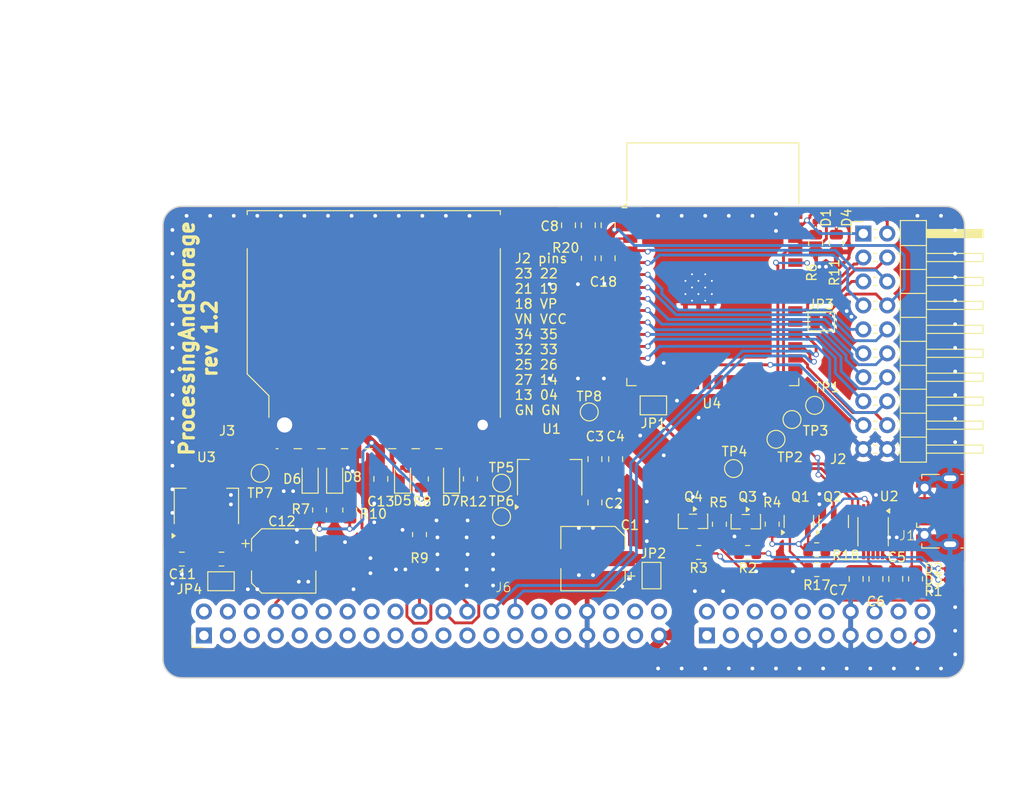
<source format=kicad_pcb>
(kicad_pcb (version 20241229) (generator "pcbnew") (generator_version "9.0")
  (layers (0 "F.Cu" signal) (2 "B.Cu" signal) (13 "F.Paste" user) (15 "B.Paste" user) (5 "F.SilkS" user "F.Silkscreen") (7 "B.SilkS" user "B.Silkscreen") (1 "F.Mask" user) (3 "B.Mask" user) (25 "Edge.Cuts" user))
  (net 0 "")
  (net 1 "GND")
  (net 3 "Net-(JP4-B)")
  (net 4 "5V")
  (net 8 "USART1_RX")
  (net 9 "USART1_TX")
  (net 16 "Net-(JP2-B)")
  (net 28 "SPI1_MOSI")
  (net 29 "SPI1_SCK")
  (net 31 "SPI1_MISO")
  (net 41 "GPIO_9")
  (net 59 "Net-(J3-VDD)")
  (net 60 "Net-(D5-A2)")
  (net 62 "Net-(J3-WRITE_PROTECT)")
  (net 64 "Net-(J3-CARD_DETECT)")
  (net 73 "Net-(U2-V3)")
  (net 74 "Net-(D2-K)")
  (net 75 "Net-(D3-K)")
  (net 76 "ESP_3V3")
  (net 77 "ESP_EN")
  (net 78 "ESP_GPIO0")
  (net 80 "Net-(JP1-B)")
  (net 81 "Net-(JP3-A)")
  (net 82 "Net-(Q3-B)")
  (net 83 "Net-(J1-VBUS)")
  (net 84 "Net-(Q1-E)")
  (net 85 "Net-(Q1-B)")
  (net 86 "Net-(Q2-E)")
  (net 87 "Net-(Q2-B)")
  (net 88 "Net-(Q4-B)")
  (net 91 "ESP_U0_RX")
  (net 92 "ESP_U0_TX")
  (net 93 "/WiFi/IO32")
  (net 94 "/WiFi/IO14")
  (net 95 "/WiFi/IO19")
  (net 96 "/WiFi/IO23")
  (net 97 "/WiFi/IO4")
  (net 98 "/WiFi/IO33")
  (net 99 "/WiFi/IO22")
  (net 100 "/WiFi/IO18")
  (net 101 "/WiFi/SENSOR_VN")
  (net 102 "/WiFi/IO34")
  (net 103 "/WiFi/IO25")
  (net 104 "/WiFi/SENSOR_VP")
  (net 105 "/WiFi/IO26")
  (net 106 "/WiFi/IO21")
  (net 107 "/WiFi/IO13")
  (net 108 "/WiFi/IO35")
  (net 109 "/WiFi/IO27")
  (net 112 "Net-(Q3-C)")
  (net 113 "Net-(Q4-C)")
  (net 115 "Net-(D1-K)")
  (net 116 "Net-(D4-K)")
  (net 117 "/SerialProgrammer/USB_N")
  (net 118 "/SerialProgrammer/USB_P")
  (footprint "Resistor_SMD:R_0805_2012Metric" (layer "F.Cu") (at 157.2 104.8 90)
    (property "Reference" "R9")
    (property "Value" "22R")
  )
  (footprint "Capacitor_SMD:C_0805_2012Metric" (layer "F.Cu") (at 177.2 75.5 -90)
    (property "Reference" "C18")
    (property "Value" "100n")
  )
  (footprint "Connector_PinHeader_2.54mm:PinHeader_2x10_P2.54mm_Horizontal" (layer "F.Cu") (at 204.26 72.88)
    (property "Reference" "J2")
    (property "Value" "Conn_02x10_Odd_Even")
  )
  (footprint "TestPoint:TestPoint_Pad_D1.5mm" (layer "F.Cu") (at 196.7 92.6)
    (property "Reference" "TP3")
    (property "Value" "TestPoint")
  )
  (footprint "Package_SO:MSOP-10_3x3mm_P0.5mm" (layer "F.Cu") (at 205.3 104.5 -90)
    (property "Reference" "U2")
    (property "Value" "CH340X")
  )
  (footprint "Resistor_SMD:R_0805_2012Metric" (layer "F.Cu") (at 199.325 108.5125 180)
    (property "Reference" "R17")
    (property "Value" "10k")
  )
  (footprint "Jumper:SolderJumper-2_P1.3mm_Bridged_Pad1.0x1.5mm" (layer "F.Cu") (at 181.8 109.15 90)
    (property "Reference" "JP2")
    (property "Value" "SolderJumper_2_Bridged")
  )
  (footprint "LED_SMD:LED_0402_1005Metric" (layer "F.Cu") (at 199.2 71.115 90)
    (property "Reference" "D1")
    (property "Value" "LED")
  )
  (footprint "Resistor_SMD:R_0805_2012Metric" (layer "F.Cu") (at 175.1 75.5 -90)
    (property "Reference" "R20")
    (property "Value" "10k")
  )
  (footprint "Package_TO_SOT_SMD:SOT-23" (layer "F.Cu") (at 201.125 103.4125 90)
    (property "Reference" "Q2")
    (property "Value" "BC846")
  )
  (footprint "LED_SMD:LED_0402_1005Metric" (layer "F.Cu") (at 201.4 71.115 90)
    (property "Reference" "D4")
    (property "Value" "LED")
  )
  (footprint "TestPoint:TestPoint_Pad_D1.5mm" (layer "F.Cu") (at 165.9 99.35)
    (property "Reference" "TP5")
    (property "Value" "TestPoint")
  )
  (footprint "Capacitor_SMD:C_0805_2012Metric" (layer "F.Cu") (at 175.8 101.4 90)
    (property "Reference" "C2")
    (property "Value" "330n")
  )
  (footprint "Capacitor_SMD:C_0805_2012Metric" (layer "F.Cu") (at 177.2 72 90)
    (property "Reference" "C20" (hide yes))
    (property "Value" "100n")
  )
  (footprint "Jumper:SolderJumper-2_P1.3mm_Bridged_Pad1.0x1.5mm" (layer "F.Cu") (at 182 91.1 180)
    (property "Reference" "JP1")
    (property "Value" "SolderJumper_2_Bridged")
  )
  (footprint "Resistor_SMD:R_0805_2012Metric" (layer "F.Cu") (at 146.6 102.2 -90)
    (property "Reference" "R7")
    (property "Value" "47k")
  )
  (footprint "Package_TO_SOT_SMD:SOT-23" (layer "F.Cu") (at 191.8 103.4375 -90)
    (property "Reference" "Q3")
    (property "Value" "BC846")
  )
  (footprint "Capacitor_SMD:C_0805_2012Metric" (layer "F.Cu") (at 207.7 109.5 -90)
    (property "Reference" "C5")
    (property "Value" "100n")
  )
  (footprint "Resistor_SMD:R_0805_2012Metric" (layer "F.Cu") (at 157.4 98.9 -90)
    (property "Reference" "R8")
    (property "Value" "10k")
  )
  (footprint "TestPoint:TestPoint_Pad_D1.5mm" (layer "F.Cu") (at 195 94.7)
    (property "Reference" "TP2")
    (property "Value" "TestPoint")
  )
  (footprint "LED_SMD:LED_0402_1005Metric" (layer "F.Cu") (at 213.6 108.5)
    (property "Reference" "D2")
    (property "Value" "LED")
  )
  (footprint "Jumper:SolderJumper-2_P1.3mm_Bridged_Pad1.0x1.5mm" (layer "F.Cu") (at 199.8 82.2)
    (property "Reference" "JP3")
    (property "Value" "SolderJumper_2_Bridged")
  )
  (footprint "Capacitor_SMD:CP_Elec_6.3x5.8" (layer "F.Cu") (at 175.6 107.35 180)
    (property "Reference" "C1")
    (property "Value" "100u")
  )
  (footprint "TestPoint:TestPoint_Pad_D1.5mm" (layer "F.Cu") (at 175.2 91.8)
    (property "Reference" "TP8")
    (property "Value" "TestPoint")
  )
  (footprint "Capacitor_SMD:C_0805_2012Metric" (layer "F.Cu") (at 175.1 72 90)
    (property "Reference" "C9" (hide yes))
    (property "Value" "10u")
  )
  (footprint "Capacitor_SMD:C_0805_2012Metric" (layer "F.Cu") (at 136.2 107.4 180)
    (property "Reference" "C10" (hide yes))
    (property "Value" "330n")
  )
  (footprint "Resistor_SMD:R_0805_2012Metric" (layer "F.Cu") (at 192 106.7 180)
    (property "Reference" "R2")
    (property "Value" "1k")
  )
  (footprint "HardwareDataLogger:ExtensionConnector" (layer "F.Cu") (at 172.5 117.3 90)
    (property "Reference" "J6")
    (property "Value" "~")
  )
  (footprint "Capacitor_SMD:C_0805_2012Metric" (layer "F.Cu") (at 153.1 98.9 -90)
    (property "Reference" "C13")
    (property "Value" "4u7")
  )
  (footprint "Resistor_SMD:R_0805_2012Metric" (layer "F.Cu") (at 209.8 109.5 90)
    (property "Reference" "R1")
    (property "Value" "10k")
  )
  (footprint "Jumper:SolderJumper-2_P1.3mm_Bridged_Pad1.0x1.5mm" (layer "F.Cu") (at 136.15 109.75)
    (property "Reference" "JP4")
    (property "Value" "SolderJumper_2_Bridged")
  )
  (footprint "Resistor_SMD:R_0805_2012Metric" (layer "F.Cu") (at 186.8 106.7 180)
    (property "Reference" "R3")
    (property "Value" "1k")
  )
  (footprint "Resistor_SMD:R_0805_2012Metric" (layer "F.Cu") (at 189 103.7 90)
    (property "Reference" "R5")
    (property "Value" "10k")
  )
  (footprint "HardwareDataLogger:USB_Micro-B_Molex-105017-0001_Extra_Mechanical_Pads" (layer "F.Cu") (at 209.96125 102.725 90)
    (property "Reference" "J1")
    (property "Value" "USB_B_Micro")
  )
  (footprint "TestPoint:TestPoint_Pad_D1.5mm" (layer "F.Cu") (at 140.3 98.3)
    (property "Reference" "TP7")
    (property "Value" "TestPoint")
  )
  (footprint "Connector_Card:SD_TE_2041021" (layer "F.Cu") (at 152.4 84 180)
    (property "Reference" "J3")
    (property "Value" "SD_Card_Receptacle")
  )
  (footprint "Capacitor_SMD:C_0805_2012Metric" (layer "F.Cu") (at 178 96.8 -90)
    (property "Reference" "C4")
    (property "Value" "330n")
  )
  (footprint "Diode_SMD:D_SOD-323F" (layer "F.Cu") (at 160.6 98.8 90)
    (property "Reference" "D7")
    (property "Value" "PJGBLC03C_R1_00001")
  )
  (footprint "Capacitor_SMD:C_0805_2012Metric" (layer "F.Cu") (at 203.5 109.5 -90)
    (property "Reference" "C7")
    (property "Value" "10u")
  )
  (footprint "Resistor_SMD:R_0805_2012Metric" (layer "F.Cu") (at 201.4 73.9125 -90)
    (property "Reference" "R11")
    (property "Value" "1k")
  )
  (footprint "TestPoint:TestPoint_Pad_D1.5mm" (layer "F.Cu") (at 190.5 97.8)
    (property "Reference" "TP4")
    (property "Value" "TestPoint")
  )
  (footprint "TestPoint:TestPoint_Pad_D1.5mm" (layer "F.Cu") (at 165.9 102.9)
    (property "Reference" "TP6")
    (property "Value" "TestPoint")
  )
  (footprint "RF_Module:ESP32-WROOM-32D" (layer "F.Cu") (at 188.3 79.13)
    (property "Reference" "U4")
    (property "Value" "ESP32-WROOM-32E")
  )
  (footprint "Capacitor_SMD:C_0805_2012Metric" (layer "F.Cu") (at 205.6 109.5 -90)
    (property "Reference" "C6")
    (property "Value" "100n")
  )
  (footprint "Resistor_SMD:R_0805_2012Metric" (layer "F.Cu") (at 149.8 102.2 -90)
    (property "Reference" "R10")
    (property "Value" "47k")
  )
  (footprint "Capacitor_SMD:CP_Elec_6.3x5.8" (layer "F.Cu") (at 142.8 107.6)
    (property "Reference" "C12")
    (property "Value" "100u")
  )
  (footprint "Package_TO_SOT_SMD:SOT-223-3_TabPin2" (layer "F.Cu") (at 171 98.75 90)
    (property "Reference" "U1")
    (property "Value" "LD1117S50TR_SOT223")
  )
  (footprint "Package_TO_SOT_SMD:SOT-23" (layer "F.Cu") (at 197.425 103.4125 90)
    (property "Reference" "Q1")
    (property "Value" "BC846")
  )
  (footprint "Package_TO_SOT_SMD:SOT-23" (layer "F.Cu") (at 186.2 103.4 -90)
    (property "Reference" "Q4")
    (property "Value" "BC846")
  )
  (footprint "Capacitor_SMD:C_0805_2012Metric" (layer "F.Cu") (at 173 72 90)
    (property "Reference" "C8")
    (property "Value" "10u")
  )
  (footprint "Capacitor_SMD:C_0805_2012Metric" (layer "F.Cu") (at 132 107.4 180)
    (property "Reference" "C11")
    (property "Value" "330n")
  )
  (footprint "TestPoint:TestPoint_Pad_D1.5mm" (layer "F.Cu") (at 199.1 91.1)
    (property "Reference" "TP1")
    (property "Value" "TestPoint")
  )
  (footprint "Resistor_SMD:R_0805_2012Metric" (layer "F.Cu") (at 199.325 106.4125)
    (property "Reference" "R18")
    (property "Value" "10k")
  )
  (footprint "Diode_SMD:D_SOD-323F" (layer "F.Cu") (at 145.6 98.8 90)
    (property "Reference" "D6")
    (property "Value" "PJGBLC03C_R1_00001")
  )
  (footprint "Resistor_SMD:R_0805_2012Metric" (layer "F.Cu") (at 199.2 73.9125 -90)
    (property "Reference" "R6")
    (property "Value" "1k")
  )
  (footprint "Resistor_SMD:R_0805_2012Metric" (layer "F.Cu") (at 162.6 98.9 -90)
    (property "Reference" "R12")
    (property "Value" "47k")
  )
  (footprint "Diode_SMD:D_SOD-323F" (layer "F.Cu") (at 148.2 98.8 90)
    (property "Reference" "D8")
    (property "Value" "PJGBLC03C_R1_00001")
  )
  (footprint "Capacitor_SMD:C_0805_2012Metric" (layer "F.Cu") (at 175.8 96.8 -90)
    (property "Reference" "C3")
    (property "Value" "330n")
  )
  (footprint "Resistor_SMD:R_0805_2012Metric" (layer "F.Cu") (at 194.6 103.7 90)
    (property "Reference" "R4")
    (property "Value" "10k")
  )
  (footprint "Package_TO_SOT_SMD:SOT-223-3_TabPin2" (layer "F.Cu") (at 134.6 101.8 90)
    (property "Reference" "U3")
    (property "Value" "LD1117S50TR_SOT223")
  )
  (footprint "LED_SMD:LED_0402_1005Metric" (layer "F.Cu") (at 213.6 109.6)
    (property "Reference" "D3")
    (property "Value" "LED")
  )
  (footprint "Diode_SMD:D_SOD-323F" (layer "F.Cu") (at 155.4 98.8 90)
    (property "Reference" "D5")
    (property "Value" "PJGBLC03C_R1_00001")
  )
  (gr_line (start 132 120) (end 213 120) (stroke (width 0.15)) (layer "Edge.Cuts"))
  (gr_line (start 215 118) (end 215 72) (stroke (width 0.15)) (layer "Edge.Cuts"))
  (gr_arc (start 215 118) (mid 214.414214 119.414214) (end 213 120) (stroke (width 0.15)) (layer "Edge.Cuts"))
  (gr_line (start 213 70) (end 132 70) (stroke (width 0.15)) (layer "Edge.Cuts"))
  (gr_arc (start 130.000001 72.000001) (mid 130.585787 70.585787) (end 132.000001 70.000001) (stroke (width 0.15)) (layer "Edge.Cuts"))
  (gr_line (start 129.999999 117.999999) (end 130 72) (stroke (width 0.15)) (layer "Edge.Cuts"))
  (gr_arc (start 213 70.000001) (mid 214.414214 70.585787) (end 215 72.000001) (stroke (width 0.15)) (layer "Edge.Cuts"))
  (gr_arc (start 132.000001 119.999999) (mid 130.585787 119.414213) (end 130.000001 117.999999) (stroke (width 0.15)) (layer "Edge.Cuts"))
  (gr_text "J2 pins\n23 22\n21 19 \n18 VP\nVN VCC\n34 35\n32 33\n25 26\n27 14\n13 04\nGN GN" (at 167.2 92.2 0) (layer "F.SilkS") (effects (font (size 1 1)) (justify left bottom)))
  (gr_text "ProcessingAndStorage\nrev 1.2" (at 133.75 84 90) (layer "F.SilkS") (effects (font (size 1.5 1.5) (thickness 0.35))))
  (segment (start 213.46125 103.325) (end 213.46125 101.325) (width 0.25) (layer "F.Cu") (net 1))
  (segment (start 205.6 100.6) (end 205.6 101) (width 0.25) (layer "F.Cu") (net 1))
  (segment (start 205.6 101) (end 205.3 101.3) (width 0.25) (layer "F.Cu") (net 1))
  (segment (start 210.76125 101.025) (end 210.76125 100.151) (width 0.25) (layer "F.Cu") (net 1))
  (segment (start 213.16125 101.025) (end 210.76125 101.025) (width 0.25) (layer "F.Cu") (net 1))
  (segment (start 205.3 101.3) (end 205.3 102.3875) (width 0.25) (layer "F.Cu") (net 1))
  (via (at 192.9 108.7) (size 0.6) (drill 0.4) (layers "F.Cu" "B.Cu") (net 1))
  (via (at 192.5 119) (size 0.6) (drill 0.4) (layers "F.Cu" "B.Cu") (net 1))
  (via (at 192.5 71) (size 0.6) (drill 0.4) (layers "F.Cu" "B.Cu") (net 1))
  (via (at 185 119) (size 0.6) (drill 0.4) (layers "F.Cu" "B.Cu") (net 1))
  (via (at 131 85) (size 0.6) (drill 0.4) (layers "F.Cu" "B.Cu") (net 1))
  (via (at 157.5 71) (size 0.6) (drill 0.4) (layers "F.Cu" "B.Cu") (net 1))
  (via (at 184.5 90.6) (size 0.6) (drill 0.4) (layers "F.Cu" "B.Cu") (net 1))
  (via (at 214 117.5) (size 0.6) (drill 0.4) (layers "F.Cu" "B.Cu") (net 1))
  (via (at 207 105.1) (size 0.6) (drill 0.4) (layers "F.Cu" "B.Cu") (net 1))
  (via (at 165 108.5) (size 0.6) (drill 0.4) (layers "F.Cu" "B.Cu") (net 1))
  (via (at 144.4 109.8) (size 0.6) (drill 0.4) (layers "F.Cu" "B.Cu") (net 1))
  (via (at 174 88.25) (size 0.6) (drill 0.4) (layers "F.Cu" "B.Cu") (net 1))
  (via (at 145.4 109.8) (size 0.6) (drill 0.4) (layers "F.Cu" "B.Cu") (net 1))
  (via (at 182.5 71) (size 0.6) (drill 0.4) (layers "F.Cu" "B.Cu") (net 1))
  (via (at 175.6 104.1) (size 0.6) (drill 0.4) (layers "F.Cu" "B.Cu") (net 1))
  (via (at 212.5 71) (size 0.6) (drill 0.4) (layers "F.Cu" "B.Cu") (net 1))
  (via (at 131 80) (size 0.6) (drill 0.4) (layers "F.Cu" "B.Cu") (net 1))
  (via (at 159 103.3) (size 0.6) (drill 0.4) (layers "F.Cu" "B.Cu") (net 1))
  (via (at 189.4 110.8) (size 0.6) (drill 0.4) (layers "F.Cu" "B.Cu") (net 1))
  (via (at 139 110.6) (size 0.6) (drill 0.4) (layers "F.Cu" "B.Cu") (net 1))
  (via (at 159.1 108.5) (size 0.6) (drill 0.4) (layers "F.Cu" "B.Cu") (net 1))
  (via (at 144.2 104.3) (size 0.6) (drill 0.4) (layers "F.Cu" "B.Cu") (net 1))
  (via (at 199.6 101.6) (size 0.6) (drill 0.4) (layers "F.Cu" "B.Cu") (net 1))
  (via (at 202.5 81.1) (size 0.6) (drill 0.4) (layers "F.Cu" "B.Cu") (net 1))
  (via (at 131 92.5) (size 0.6) (drill 0.4) (layers "F.Cu" "B.Cu") (net 1))
  (via (at 159.1 106.9) (size 0.6) (drill 0.4) (layers "F.Cu" "B.Cu") (net 1))
  (via (at 214 90) (size 0.6) (drill 0.4) (layers "F.Cu" "B.Cu") (net 1))
  (via (at 181.3 101.3) (size 0.6) (drill 0.4) (layers "F.Cu" "B.Cu") (net 1))
  (via (at 137.2 100.6) (size 0.6) (drill 0.4) (layers "F.Cu" "B.Cu") (net 1))
  (via (at 212.5 119) (size 0.6) (drill 0.4) (layers "F.Cu" "B.Cu") (net 1))
  (via (at 185 71) (size 0.6) (drill 0.4) (layers "F.Cu" "B.Cu") (net 1))
  (via (at 155.7 108.5) (size 0.6) (drill 0.4) (layers "F.Cu" "B.Cu") (net 1))
  (via (at 152.5 71) (size 0.6) (drill 0.4) (layers "F.Cu" "B.Cu") (net 1))
  (via (at 200.3 76.4) (size 0.6) (drill 0.4) (layers "F.Cu" "B.Cu") (net 1))
  (via (at 195 72.6) (size 0.6) (drill 0.4) (layers "F.Cu" "B.Cu") (net 1))
  (via (at 131 87.5) (size 0.6) (drill 0.4) (layers "F.Cu" "B.Cu") (net 1))
  (via (at 214 92.5) (size 0.6) (drill 0.4) (layers "F.Cu" "B.Cu") (net 1))
  (via (at 152 107.3) (size 0.6) (drill 0.4) (layers "F.Cu" "B.Cu") (net 1))
  (via (at 187.5 119) (size 0.6) (drill 0.4) (layers "F.Cu" "B.Cu") (net 1))
  (via (at 171 88.25) (size 0.6) (drill 0.4) (layers "F.Cu" "B.Cu") (net 1))
  (via (at 214 87.5) (size 0.6) (drill 0.4) (layers "F.Cu" "B.Cu") (net 1))
  (via (at 190 71) (size 0.6) (drill 0.4) (layers "F.Cu" "B.Cu") (net 1))
  (via (at 178.7 110.3) (size 0.6) (drill 0.4) (layers "F.Cu" "B.Cu") (net 1))
  (via (at 199.6 76.4) (size 0.6) (drill 0.4) (layers "F.Cu" "B.Cu") (net 1))
  (via (at 214 77.5) (size 0.6) (drill 0.4) (layers "F.Cu" "B.Cu") (net 1))
  (via (at 144.2 105.6) (size 0.6) (drill 0.4) (layers "F.Cu" "B.Cu") (net 1))
  (via (at 176.8 78.2) (size 0.6) (drill 0.4) (layers "F.Cu" "B.Cu") (net 1))
  (via (at 174.1 104.1) (size 0.6) (drill 0.4) (layers "F.Cu" "B.Cu") (net 1))
  (via (at 140 110.6) (size 0.6) (drill 0.4) (layers "F.Cu" "B.Cu") (net 1))
  (via (at 210 71) (size 0.6) (drill 0.4) (layers "F.Cu" "B.Cu") (net 1))
  (via (at 143.8 100.2) (size 0.6) (drill 0.4) (layers "F.Cu" "B.Cu") (net 1))
  (via (at 165 106.9) (size 0.6) (drill 0.4) (layers "F.Cu" "B.Cu") (net 1))
  (via (at 214 85) (size 0.6) (drill 0.4) (layers "F.Cu" "B.Cu") (net 1))
  (via (at 214 115) (size 0.6) (drill 0.4) (layers "F.Cu" "B.Cu") (net 1))
  (via (at 131 72.5) (size 0.6) (drill 0.4) (layers "F.Cu" "B.Cu") (net 1))
  (via (at 131 100) (size 0.6) (drill 0.4) (layers "F.Cu" "B.Cu") (net 1))
  (via (at 142.5 71) (size 0.6) (drill 0.4) (layers "F.Cu" "B.Cu") (net 1))
  (via (at 179.4 109.5) (size 0.6) (drill 0.4) (layers "F.Cu" "B.Cu") (net 1))
  (via (at 174.1 109.1) (size 0.6) (drill 0.4) (layers "F.Cu" "B.Cu") (net 1))
  (via (at 214 112.5) (size 0.6) (drill 0.4) (layers "F.Cu" "B.Cu") (net 1))
  (via (at 182.5 119) (size 0.6) (drill 0.4) (layers "F.Cu" "B.Cu") (net 1))
  (via (at 137.2 101.6) (size 0.6) (drill 0.4) (layers "F.Cu" "B.Cu") (net 1))
  (via (at 155 71) (size 0.6) (drill 0.4) (layers "F.Cu" "B.Cu") (net 1))
  (via (at 178.4 101.9) (size 0.6) (drill 0.4) (layers "F.Cu" "B.Cu") (net 1))
  (via (at 200 119) (size 0.6) (drill 0.4) (layers "F.Cu" "B.Cu") (net 1))
  (via (at 162.5 71) (size 0.6) (drill 0.4) (layers "F.Cu" "B.Cu") (net 1))
  (via (at 131 97.5) (size 0.6) (drill 0.4) (layers "F.Cu" "B.Cu") (net 1))
  (via (at 193.8 100.5) (size 0.6) (drill 0.4) (layers "F.Cu" "B.Cu") (net 1))
  (via (at 214 82.5) (size 0.6) (drill 0.4) (layers "F.Cu" "B.Cu") (net 1))
  (via (at 186.2 100.8) (size 0.6) (drill 0.4) (layers "F.Cu" "B.Cu") (net 1))
  (via (at 176.75 88.25) (size 0.6) (drill 0.4) (layers "F.Cu" "B.Cu") (net 1))
  (via (at 160 71) (size 0.6) (drill 0.4) (layers "F.Cu" "B.Cu") (net 1))
  (via (at 190 119) (size 0.6) (drill 0.4) (layers "F.Cu" "B.Cu") (net 1))
  (via (at 203 81.7) (size 0.6) (drill 0.4) (layers "F.Cu" "B.Cu") (net 1))
  (via (at 131 77.5) (size 0.6) (drill 0.4) (layers "F.Cu" "B.Cu") (net 1))
  (via (at 154.7 108.5) (size 0.6) (drill 0.4) (layers "F.Cu" "B.Cu") (net 1))
  (via (at 181.3 103.4) (size 0.6) (drill 0.4) (layers "F.Cu" "B.Cu") (net 1))
  (via (at 150.2 110.6) (size 0.6) (drill 0.4) (layers "F.Cu" "B.Cu") (net 1))
  (via (at 152.4 101.5) (size 0.6) (drill 0.4) (layers "F.Cu" "B.Cu") (net 1))
  (via (at 195 119) (size 0.6) (drill 0.4) (layers "F.Cu" "B.Cu") (net 1))
  (via (at 131 102.5) (size 0.6) (drill 0.4) (layers "F.Cu" "B.Cu") (net 1))
  (via (at 162.2 108.5) (size 0.6) (drill 0.4) (layers "F.Cu" "B.Cu") (net 1))
  (via (at 202.5 119) (size 0.6) (drill 0.4) (layers "F.Cu" "B.Cu") (net 1))
  (via (at 186.4 110.8) (size 0.6) (drill 0.4) (layers "F.Cu" "B.Cu") (net 1))
  (via (at 140 71) (size 0.6) (drill 0.4) (layers "F.Cu" "B.Cu") (net 1))
  (via (at 165 110.2) (size 0.6) (drill 0.4) (layers "F.Cu" "B.Cu") (net 1))
  (via (at 214 80) (size 0.6) (drill 0.4) (layers "F.Cu" "B.Cu") (net 1))
  (via (at 174 78.25) (size 0.6) (drill 0.4) (layers "F.Cu" "B.Cu") (net 1))
  (via (at 181.3 105.5) (size 0.6) (drill 0.4) (layers "F.Cu" "B.Cu") (net 1))
  (via (at 137.5 71) (size 0.6) (drill 0.4) (layers "F.Cu" "B.Cu") (net 1))
  (via (at 195 70.8) (size 0.6) (drill 0.4) (layers "F.Cu" "B.Cu") (net 1))
  (via (at 150.1 98.1) (size 0.6) (drill 0.4) (layers "F.Cu" "B.Cu") (net 1))
  (via (at 207.5 119) (size 0.6) (drill 0.4) (layers "F.Cu" "B.Cu") (net 1))
  (via (at 131 75) (size 0.6) (drill 0.4) (layers "F.Cu" "B.Cu") (net 1))
  (via (at 186.8 92.4) (size 0.6) (drill 0.4) (layers "F.Cu" "B.Cu") (net 1))
  (via (at 152 108.9) (size 0.6) (drill 0.4) (layers "F.Cu" "B.Cu") (net 1))
  (via (at 214 75) (size 0.6) (drill 0.4) (layers "F.Cu" "B.Cu") (net 1))
  (via (at 211.5 110.8) (size 0.6) (drill 0.4) (layers "F.Cu" "B.Cu") (net 1))
  (via (at 214 95) (size 0.6) (drill 0.4) (layers "F.Cu" "B.Cu") (net 1))
  (via (at 155.4 104.3) (size 0.6) (drill 0.4) (layers "F.Cu" "B.Cu") (net 1))
  (via (at 171 78.25) (size 0.6) (drill 0.4) (layers "F.Cu" "B.Cu") (net 1))
  (via (at 149.6 97.7) (size 0.6) (drill 0.4) (layers "F.Cu" "B.Cu") (net 1))
  (via (at 214 72.5) (size 0.6) (drill 0.4) (layers "F.Cu" "B.Cu") (net 1))
  (via (at 145 71) (size 0.6) (drill 0.4) (layers "F.Cu" "B.Cu") (net 1))
  (via (at 197.5 119) (size 0.6) (drill 0.4) (layers "F.Cu" "B.Cu") (net 1))
  (via (at 210 119) (size 0.6) (drill 0.4) (layers "F.Cu" "B.Cu") (net 1))
  (via (at 131 110) (size 0.6) (drill 0.4) (layers "F.Cu" "B.Cu") (net 1))
  (via (at 180.6 94.3) (size 0.6) (drill 0.4) (layers "F.Cu" "B.Cu") (net 1))
  (via (at 178.4 100.1) (size 0.6) (drill 0.4) (layers "F.Cu" "B.Cu") (net 1))
  (via (at 132 109) (size 0.6) (drill 0.4) (layers "F.Cu" "B.Cu") (net 1))
  (via (at 187.5 71) (size 0.6) (drill 0.4) (layers "F.Cu" "B.Cu") (net 1))
  (via (at 147.5 71) (size 0.6) (drill 0.4) (layers "F.Cu" "B.Cu") (net 1))
  (via (at 162.2 105.1) (size 0.6) (drill 0.4) (layers "F.Cu" "B.Cu") (net 1))
  (via (at 132.5 71) (size 0.6) (drill 0.4) (layers "F.Cu" "B.Cu") (net 1))
  (via (at 196.8 108.7) (size 0.6) (drill 0.4) (layers "F.Cu" "B.Cu") (net 1))
  (via (at 159.1 105.1) (size 0.6) (drill 0.4) (layers "F.Cu" "B.Cu") (net 1))
  (via (at 183.1 86.6) (size 0.6) (drill 0.4) (layers "F.Cu" "B.Cu") (net 1))
  (via (at 142.8 100.2) (size 0.6) (drill 0.4) (layers "F.Cu" "B.Cu") (net 1))
  (via (at 183.1 96.4) (size 0.6) (drill 0.4) (layers "F.Cu" "B.Cu") (net 1))
  (via (at 165 105.1) (size 0.6) (drill 0.4) (layers "F.Cu" "B.Cu") (net 1))
  (via (at 131 82.5) (size 0.6) (drill 0.4) (layers "F.Cu" "B.Cu") (net 1))
  (via (at 131 95) (size 0.6) (drill 0.4) (layers "F.Cu" "B.Cu") (net 1))
  (via (at 135 71) (size 0.6) (drill 0.4) (layers "F.Cu" "B.Cu") (net 1))
  (via (at 162.2 110.2) (size 0.6) (drill 0.4) (layers "F.Cu" "B.Cu") (net 1))
  (via (at 205 119) (size 0.6) (drill 0.4) (layers "F.Cu" "B.Cu") (net 1))
  (via (at 199.6 100.5) (size 0.6) (drill 0.4) (layers "F.Cu" "B.Cu") (net 1))
  (via (at 150 71) (size 0.6) (drill 0.4) (layers "F.Cu" "B.Cu") (net 1))
  (via (at 152.4 103.5) (size 0.6) (drill 0.4) (layers "F.Cu" "B.Cu") (net 1))
  (via (at 149.3 105.6) (size 0.6) (drill 0.4) (layers "F.Cu" "B.Cu") (net 1))
  (via (at 162.3 106.9) (size 0.6) (drill 0.4) (layers "F.Cu" "B.Cu") (net 1))
  (via (at 207.8 105.1) (size 0.6) (drill 0.4) (layers "F.Cu" "B.Cu") (net 1))
  (via (at 131 90) (size 0.6) (drill 0.4) (layers "F.Cu" "B.Cu") (net 1))
  (via (at 175.6 109.1) (size 0.6) (drill 0.4) (layers "F.Cu" "B.Cu") (net 1))
  (via (at 162.3 103.3) (size 0.6) (drill 0.4) (layers "F.Cu" "B.Cu") (net 1))
  (via (at 205.6 100.6) (size 0.6) (drill 0.4) (layers "F.Cu" "B.Cu") (net 1))
  (via (at 190.6 105) (size 0.6) (drill 0.4) (layers "F.Cu" "B.Cu") (net 1))
  (segment (start 140.1 107.6) (end 137.35 107.6) (width 1) (layer "F.Cu") (net 3))
  (segment (start 137.35 107.6) (end 137.15 107.4) (width 1) (layer "F.Cu") (net 3))
  (segment (start 137.15 107.4) (end 137.15 105.2) (width 1) (layer "F.Cu") (net 3))
  (segment (start 140.1 107.6) (end 137.9 109.8) (width 1) (layer "F.Cu") (net 3))
  (segment (start 137.9 109.8) (end 137.180903 109.8) (width 1) (layer "F.Cu") (net 3))
  (segment (start 183.2 109.8) (end 181.8 109.8) (width 1) (layer "F.Cu") (net 4))
  (segment (start 133.6 111) (end 134.8 111) (width 1) (layer "F.Cu") (net 4))
  (segment (start 182.6 115.5) (end 182.6 116.2) (width 1) (layer "F.Cu") (net 4))
  (segment (start 132.8 118.2) (end 132 117.4) (width 1) (layer "F.Cu") (net 4))
  (segment (start 132 117.4) (end 132 112.6) (width 1) (layer "F.Cu") (net 4))
  (segment (start 208.44 117.6) (end 210.54 115.5) (width 0.25) (layer "F.Cu") (net 4))
  (segment (start 182.6 116.2) (end 180.6 118.2) (width 1) (layer "F.Cu") (net 4))
  (segment (start 184.8 114.4) (end 184.8 111.4) (width 1) (layer "F.Cu") (net 4))
  (segment (start 182.6 115.5) (end 184.7 117.6) (width 0.25) (layer "F.Cu") (net 4))
  (segment (start 184.7 117.6) (end 208.44 117.6) (width 0.25) (layer "F.Cu") (net 4))
  (segment (start 135.5 110.3) (end 134.8 111) (width 1) (layer "F.Cu") (net 4))
  (segment (start 132 112.6) (end 133.6 111) (width 1) (layer "F.Cu") (net 4))
  (segment (start 180.6 118.2) (end 132.8 118.2) (width 1) (layer "F.Cu") (net 4))
  (segment (start 183.7 115.5) (end 184.8 114.4) (width 1) (layer "F.Cu") (net 4))
  (segment (start 135.5 109.75) (end 135.5 110.3) (width 1) (layer "F.Cu") (net 4))
  (segment (start 184.8 111.4) (end 183.2 109.8) (width 1) (layer "F.Cu") (net 4))
  (segment (start 182.6 115.5) (end 183.7 115.5) (width 1) (layer "F.Cu") (net 4))
  (segment (start 198.08 83.58) (end 197.05 83.58) (width 0.3048) (layer "F.Cu") (net 8))
  (segment (start 199.2524 84.7524) (end 198.08 83.58) (width 0.3048) (layer "F.Cu") (net 8))
  (segment (start 199.2524 85.7) (end 199.2524 84.7524) (width 0.3048) (layer "F.Cu") (net 8))
  (via (at 199.2524 85.7) (size 0.6) (drill 0.4) (layers "F.Cu" "B.Cu") (net 8))
  (segment (start 179.6 106.7) (end 179.6 97.2) (width 0.3048) (layer "B.Cu") (net 8))
  (segment (start 198.943573 85.7) (end 199.2524 85.7) (width 0.3048) (layer "B.Cu") (net 8))
  (segment (start 191.447443 85.352557) (end 198.59613 85.352557) (width 0.3048) (layer "B.Cu") (net 8))
  (segment (start 164.82 112.96) (end 167.58 110.2) (width 0.3048) (layer "B.Cu") (net 8))
  (segment (start 176.1 110.2) (end 179.6 106.7) (width 0.3048) (layer "B.Cu") (net 8))
  (segment (start 198.59613 85.352557) (end 198.943573 85.7) (width 0.3048) (layer "B.Cu") (net 8))
  (segment (start 179.6 97.2) (end 191.447443 85.352557) (width 0.3048) (layer "B.Cu") (net 8))
  (segment (start 167.58 110.2) (end 176.1 110.2) (width 0.3048) (layer "B.Cu") (net 8))
  (segment (start 197.75 84.85) (end 197.05 84.85) (width 0.3048) (layer "F.Cu") (net 9))
  (segment (start 198.912219 86.468649) (end 198.6 86.15643) (width 0.3048) (layer "F.Cu") (net 9))
  (segment (start 199.030628 86.468649) (end 198.912219 86.468649) (width 0.3048) (layer "F.Cu") (net 9))
  (segment (start 198.6 85.7) (end 197.75 84.85) (width 0.3048) (layer "F.Cu") (net 9))
  (segment (start 198.6 86.15643) (end 198.6 85.7) (width 0.3048) (layer "F.Cu") (net 9))
  (via (at 199.030628 86.468649) (size 0.6) (drill 0.4) (layers "F.Cu" "B.Cu") (net 9))
  (segment (start 176.3 110.8) (end 180.2 106.9) (width 0.3048) (layer "B.Cu") (net 9))
  (segment (start 168.2 110.8) (end 176.3 110.8) (width 0.3048) (layer "B.Cu") (net 9))
  (segment (start 198.058357 85.858357) (end 198.668649 86.468649) (width 0.3048) (layer "B.Cu") (net 9))
  (segment (start 167.36 111.64) (end 168.2 110.8) (width 0.3048) (layer "B.Cu") (net 9))
  (segment (start 198.668649 86.468649) (end 199.030628 86.468649) (width 0.3048) (layer "B.Cu") (net 9))
  (segment (start 180.2 97.4) (end 191.741643 85.858357) (width 0.3048) (layer "B.Cu") (net 9))
  (segment (start 191.741643 85.858357) (end 198.058357 85.858357) (width 0.3048) (layer "B.Cu") (net 9))
  (segment (start 167.36 112.96) (end 167.36 111.64) (width 0.3048) (layer "B.Cu") (net 9))
  (segment (start 180.2 106.9) (end 180.2 97.4) (width 0.3048) (layer "B.Cu") (net 9))
  (segment (start 181.8 108.5) (end 181.8 108.2) (width 1) (layer "F.Cu") (net 16))
  (segment (start 178.3 104.85) (end 175.8 102.35) (width 1) (layer "F.Cu") (net 16))
  (segment (start 173.75 102.35) (end 173.3 101.9) (width 1) (layer "F.Cu") (net 16))
  (segment (start 178.3 107.35) (end 178.3 104.85) (width 1) (layer "F.Cu") (net 16))
  (segment (start 181.8 108.2) (end 180.95 107.35) (width 1) (layer "F.Cu") (net 16))
  (segment (start 180.95 107.35) (end 178.3 107.35) (width 1) (layer "F.Cu") (net 16))
  (segment (start 175.8 102.35) (end 173.75 102.35) (width 1) (layer "F.Cu") (net 16))
  (segment (start 162.28 112.08) (end 162.28 112.96) (width 0.3048) (layer "F.Cu") (net 28))
  (segment (start 158.4034 111.9966) (end 159.2 111.2) (width 0.3048) (layer "F.Cu") (net 28))
  (segment (start 148.2 97.7) (end 149.8 99.3) (width 0.3048) (layer "F.Cu") (net 28))
  (segment (start 155.8634 113.4634) (end 156.6 114.2) (width 0.3048) (layer "F.Cu") (net 28))
  (segment (start 156.6 114.2) (end 158 114.2) (width 0.3048) (layer "F.Cu") (net 28))
  (segment (start 148.2 97.7) (end 148.2 96.15) (width 0.3048) (layer "F.Cu") (net 28))
  (segment (start 158.4 113.8) (end 158.4034 113.8) (width 0.3048) (layer "F.Cu") (net 28))
  (segment (start 153.4 109) (end 155.8634 111.4634) (width 0.3048) (layer "F.Cu") (net 28))
  (segment (start 155.8634 111.4634) (end 155.8634 113.4634) (width 0.3048) (layer "F.Cu") (net 28))
  (segment (start 158.4034 113.8) (end 158.4034 111.9966) (width 0.3048) (layer "F.Cu") (net 28))
  (segment (start 151.1 102.5875) (end 151.1 104.1) (width 0.3048) (layer "F.Cu") (net 28))
  (segment (start 149.8 101.2875) (end 151.1 102.5875) (width 0.3048) (layer "F.Cu") (net 28))
  (segment (start 158 114.2) (end 158.4 113.8) (width 0.3048) (layer "F.Cu") (net 28))
  (segment (start 153.4 106.4) (end 153.4 109) (width 0.3048) (layer "F.Cu") (net 28))
  (segment (start 159.2 111.2) (end 161.4 111.2) (width 0.3048) (layer "F.Cu") (net 28))
  (segment (start 161.4 111.2) (end 162.28 112.08) (width 0.3048) (layer "F.Cu") (net 28))
  (segment (start 149.8 99.3) (end 149.8 101.2875) (width 0.3048) (layer "F.Cu") (net 28))
  (segment (start 151.1 104.1) (end 153.4 106.4) (width 0.3048) (layer "F.Cu") (net 28))
  (segment (start 157.2 105.7125) (end 157.2 112.96) (width 0.3048) (layer "F.Cu") (net 29))
  (segment (start 160.455 95.975) (end 160.455 97.555) (width 0.3048) (layer "F.Cu") (net 31))
  (segment (start 160.6 97.7) (end 162.2125 97.7) (width 0.3048) (layer "F.Cu") (net 31))
  (segment (start 160.455 97.555) (end 160.6 97.7) (width 0.3048) (layer "F.Cu") (net 31))
  (segment (start 162.778465 114.1634) (end 163.4834 113.458465) (width 0.3048) (layer "F.Cu") (net 31))
  (segment (start 163.6534 98.6534) (end 163.0875 98.0875) (width 0.3048) (layer "F.Cu") (net 31))
  (segment (start 163.4834 113.458465) (end 163.4834 100.87) (width 0.3048) (layer "F.Cu") (net 31))
  (segment (start 159.74 112.96) (end 160.9434 114.1634) (width 0.3048) (layer "F.Cu") (net 31))
  (segment (start 163.4834 100.87) (end 163.6534 100.7) (width 0.3048) (layer "F.Cu") (net 31))
  (segment (start 163.6534 100.7) (end 163.6534 98.6534) (width 0.3048) (layer "F.Cu") (net 31))
  (segment (start 160.9434 114.1634) (end 162.778465 114.1634) (width 0.3048) (layer "F.Cu") (net 31))
  (segment (start 145.6 97.7) (end 145.6 96.05) (width 0.3048) (layer "F.Cu") (net 41))
  (segment (start 145.5466 104.9466) (end 146 105.4) (width 0.3048) (layer "F.Cu") (net 41))
  (segment (start 146 105.4) (end 147.2 105.4) (width 0.3048) (layer "F.Cu") (net 41))
  (segment (start 147.2 105.4) (end 148.4 106.6) (width 0.3048) (layer "F.Cu") (net 41))
  (segment (start 147.8 111.2) (end 142.8 111.2) (width 0.3048) (layer "F.Cu") (net 41))
  (segment (start 141.96 112.04) (end 141.96 112.96) (width 0.3048) (layer "F.Cu") (net 41))
  (segment (start 148.4 110.6) (end 147.8 111.2) (width 0.3048) (layer "F.Cu") (net 41))
  (segment (start 148.4 106.6) (end 148.4 110.6) (width 0.3048) (layer "F.Cu") (net 41))
  (segment (start 145.5466 102.3409) (end 145.5466 104.9466) (width 0.3048) (layer "F.Cu") (net 41))
  (segment (start 145.6 97.7) (end 146.6 98.7) (width 0.3048) (layer "F.Cu") (net 41))
  (segment (start 146.6 98.7) (end 146.6 101.2875) (width 0.3048) (layer "F.Cu") (net 41))
  (segment (start 142.8 111.2) (end 141.96 112.04) (width 0.3048) (layer "F.Cu") (net 41))
  (segment (start 146.6 101.2875) (end 145.5466 102.3409) (width 0.3048) (layer "F.Cu") (net 41))
  (segment (start 134.6 105.171694) (end 132.95 106.821694) (width 1) (layer "F.Cu") (net 59))
  (segment (start 146.6 104.2) (end 146.6 103.1125) (width 0.3048) (layer "F.Cu") (net 59))
  (segment (start 144.324 94.524) (end 144.623 94.225) (width 1) (layer "F.Cu") (net 59))
  (segment (start 151.275 94.225) (end 152.125 95.075) (width 1) (layer "F.Cu") (net 59))
  (segment (start 132.95 106.821694) (end 132.95 107.4) (width 1) (layer "F.Cu") (net 59))
  (segment (start 157.4 101) (end 161.5125 101) (width 0.3048) (layer "F.Cu") (net 59))
  (segment (start 161.5125 101) (end 162.6 99.9125) (width 0.3048) (layer "F.Cu") (net 59))
  (segment (start 135 98.25) (end 143.5 98.25) (width 1) (layer "F.Cu") (net 59))
  (segment (start 144.623 94.225) (end 151.275 94.225) (width 1) (layer "F.Cu") (net 59))
  (segment (start 144.324 97.426) (end 144.324 94.524) (width 1) (layer "F.Cu") (net 59))
  (segment (start 153.025 95.975) (end 153.025 97.875) (width 1) (layer "F.Cu") (net 59))
  (segment (start 153.025 97.875) (end 153.1 97.95) (width 1) (layer "F.Cu") (net 59))
  (segment (start 143.5 98.25) (end 144.324 97.426) (width 1) (layer "F.Cu") (net 59))
  (segment (start 157.4 101) (end 157.4 99.8125) (width 0.3048) (layer "F.Cu") (net 59))
  (segment (start 134.6 104.95) (end 134.6 98.65) (width 1) (layer "F.Cu") (net 59))
  (segment (start 149.8 104.2) (end 149.8 103.1125) (width 0.3048) (layer "F.Cu") (net 59))
  (segment (start 152.125 95.075) (end 153.025 95.975) (width 1) (layer "F.Cu") (net 59))
  (via (at 157.4 101) (size 0.6) (drill 0.4) (layers "F.Cu" "B.Cu") (net 59))
  (via (at 149.8 104.2) (size 0.6) (drill 0.4) (layers "F.Cu" "B.Cu") (net 59))
  (via (at 146.6 104.2) (size 0.6) (drill 0.4) (layers "F.Cu" "B.Cu") (net 59))
  (via (at 152.125 95.075) (size 0.6) (drill 0.4) (layers "F.Cu" "B.Cu") (net 59))
  (segment (start 151.2 96) (end 152.125 95.075) (width 0.3048) (layer "B.Cu") (net 59))
  (segment (start 150.2 104.2) (end 151.2 103.2) (width 0.3048) (layer "B.Cu") (net 59))
  (segment (start 149.8 104.2) (end 146.6 104.2) (width 0.3048) (layer "B.Cu") (net 59))
  (segment (start 157.4 101) (end 157.4 100.35) (width 0.3048) (layer "B.Cu") (net 59))
  (segment (start 151.2 103.2) (end 151.2 96) (width 0.3048) (layer "B.Cu") (net 59))
  (segment (start 157.4 100.35) (end 152.125 95.075) (width 0.3048) (layer "B.Cu") (net 59))
  (segment (start 149.8 104.2) (end 150.2 104.2) (width 0.3048) (layer "B.Cu") (net 59))
  (segment (start 155.525 95.975) (end 155.525 97.575) (width 0.3048) (layer "F.Cu") (net 60))
  (segment (start 157.2 103.4) (end 157.2 103.8875) (width 0.3048) (layer "F.Cu") (net 60))
  (segment (start 155.4 97.7) (end 155.7875 98.0875) (width 0.3048) (layer "F.Cu") (net 60))
  (segment (start 155.7875 98.0875) (end 157.3 98.0875) (width 0.3048) (layer "F.Cu") (net 60))
  (segment (start 155.525 97.575) (end 155.4 97.7) (width 0.3048) (layer "F.Cu") (net 60))
  (segment (start 156.3 98.0875) (end 156.3 102.5) (width 0.3048) (layer "F.Cu") (net 60))
  (segment (start 157.3 98.0875) (end 156.3 98.0875) (width 0.3048) (layer "F.Cu") (net 60))
  (segment (start 156.3 102.5) (end 157.2 103.4) (width 0.3048) (layer "F.Cu") (net 60))
  (segment (start 164.655 95.975) (end 167.1 98.42) (width 0.3048) (layer "F.Cu") (net 62))
  (segment (start 167.1 101.7) (end 165.9 102.9) (width 0.3048) (layer "F.Cu") (net 62))
  (segment (start 167.1 98.42) (end 167.1 101.7) (width 0.3048) (layer "F.Cu") (net 62))
  (segment (start 163.455 96.905) (end 165.9 99.35) (width 0.3048) (layer "F.Cu") (net 64))
  (segment (start 163.455 95.975) (end 163.455 96.905) (width 0.3048) (layer "F.Cu") (net 64))
  (segment (start 207.55 108.1) (end 206.3284 106.8784) (width 0.3048) (layer "F.Cu") (net 73))
  (segment (start 206.3284 106.8784) (end 206.3284 106.6125) (width 0.3048) (layer "F.Cu") (net 73))
  (segment (start 194.2 106.8) (end 193.0125 106.8) (width 0.25) (layer "F.Cu") (net 74))
  (segment (start 212.2 108.4) (end 213.015 108.4) (width 0.25) (layer "F.Cu") (net 74))
  (via (at 194.2 106.8) (size 0.6) (drill 0.4) (layers "F.Cu" "B.Cu") (net 74))
  (via (at 212.2 108.4) (size 0.6) (drill 0.4) (layers "F.Cu" "B.Cu") (net 74))
  (segment (start 210.43781 107.2) (end 211.63781 108.4) (width 0.25) (layer "B.Cu") (net 74))
  (segment (start 194.2 106.8) (end 194.6 107.2) (width 0.25) (layer "B.Cu") (net 74))
  (segment (start 211.63781 108.4) (end 212.2 108.4) (width 0.25) (layer "B.Cu") (net 74))
  (segment (start 194.6 107.2) (end 210.43781 107.2) (width 0.25) (layer "B.Cu") (net 74))
  (segment (start 212.2 109.6) (end 213.115 109.6) (width 0.25) (layer "F.Cu") (net 75))
  (segment (start 189.084801 107.115199) (end 188.769602 106.8) (width 0.25) (layer "F.Cu") (net 75))
  (segment (start 188.769602 106.8) (end 187.3125 106.8) (width 0.25) (layer "F.Cu") (net 75))
  (via (at 212.2 109.6) (size 0.6) (drill 0.4) (layers "F.Cu" "B.Cu") (net 75))
  (via (at 189.084801 107.115199) (size 0.6) (drill 0.4) (layers "F.Cu" "B.Cu") (net 75))
  (segment (start 189.084801 107.115199) (end 189.084801 107.184801) (width 0.25) (layer "B.Cu") (net 75))
  (segment (start 189.084801 107.184801) (end 189.551 107.651) (width 0.25) (layer "B.Cu") (net 75))
  (segment (start 189.551 107.651) (end 210.251 107.651) (width 0.25) (layer "B.Cu") (net 75))
  (segment (start 210.251 107.651) (end 212.2 109.6) (width 0.25) (layer "B.Cu") (net 75))
  (segment (start 203.5 108.55) (end 205.6 108.55) (width 1) (layer "F.Cu") (net 76))
  (segment (start 172.4 89) (end 172.4 76.5) (width 1) (layer "F.Cu") (net 76))
  (segment (start 192.285346 110.6) (end 200.784372 110.6) (width 1) (layer "F.Cu") (net 76))
  (segment (start 214.085 109.919999) (end 214.085 109.6) (width 0.25) (layer "F.Cu") (net 76))
  (segment (start 200.45 81.35) (end 202.5034 79.2966) (width 0.3048) (layer "F.Cu") (net 76))
  (segment (start 177.863422 72.463422) (end 178.176844 72.15) (width 1) (layer "F.Cu") (net 76))
  (segment (start 201.384 111.784) (end 212.220999 111.784) (width 0.25) (layer "F.Cu") (net 76))
  (segment (start 172.4 73.55) (end 173 72.95) (width 1) (layer "F.Cu") (net 76))
  (segment (start 205.5966 79.2966) (end 206.8 80.5) (width 0.3048) (layer "F.Cu") (net 76))
  (segment (start 178.176844 72.15) (end 179.55 72.15) (width 1) (layer "F.Cu") (net 76))
  (segment (start 212.220999 111.784) (end 214.085 109.919999) (width 0.25) (layer "F.Cu") (net 76))
  (segment (start 175.1 76.4125) (end 172.4875 76.4125) (width 1) (layer "F.Cu") (net 76))
  (segment (start 178 95.85) (end 178 94.6) (width 1) (layer "F.Cu") (net 76))
  (segment (start 190.684346 108.999) (end 192.285346 110.6) (width 1) (layer "F.Cu") (net 76))
  (segment (start 182.7 105.576844) (end 186.122156 108.999) (width 1) (layer "F.Cu") (net 76))
  (segment (start 175.8 95.85) (end 178 95.85) (width 1) (layer "F.Cu") (net 76))
  (segment (start 175.8 95.85) (end 171.25 95.85) (width 1) (layer "F.Cu") (net 76))
  (segment (start 178.176844 95.85) (end 182.7 100.373156) (width 1) (layer "F.Cu") (net 76))
  (segment (start 200.6 111) (end 200.7 111.1) (width 0.25) (layer "F.Cu") (net 76))
  (segment (start 204.8 106.6125) (end 204.8 107.75) (width 0.25) (layer "F.Cu") (net 76))
  (segment (start 202.5034 79.2966) (end 205.5966 79.2966) (width 0.3048) (layer "F.Cu") (net 76))
  (segment (start 214.085 109.6) (end 214.085 108.5) (width 0.25) (layer "F.Cu") (net 76))
  (segment (start 171 101.9) (end 171 95.6) (width 1) (layer "F.Cu") (net 76))
  (segment (start 204.8 107.75) (end 205.6 108.55) (width 0.25) (layer "F.Cu") (net 76))
  (segment (start 172.4 76.5) (end 172.4 73.55) (width 1) (layer "F.Cu") (net 76))
  (segment (start 172.4875 76.4125) (end 172.4 76.5) (width 1) (layer "F.Cu") (net 76))
  (segment (start 202.834372 108.55) (end 205.6 108.55) (width 1) (layer "F.Cu") (net 76))
  (segment (start 202.834372 108.55) (end 203.5 108.55) (width 1) (layer "F.Cu") (net 76))
  (segment (start 200.784372 110.6) (end 202.834372 108.55) (width 1) (layer "F.Cu") (net 76))
  (segment (start 182.7 100.373156) (end 182.7 105.576844) (width 1) (layer "F.Cu") (net 76))
  (segment (start 173 72.95) (end 175.1 72.95) (width 1) (layer "F.Cu") (net 76))
  (segment (start 178 94.6) (end 172.4 89) (width 1) (layer "F.Cu") (net 76))
  (segment (start 200.45 82.2) (end 200.45 81.35) (width 0.3048) (layer "F.Cu") (net 76))
  (segment (start 186.122156 108.999) (end 190.684346 108.999) (width 1) (layer "F.Cu") (net 76))
  (segment (start 175.1 72.95) (end 177.2 72.95) (width 1) (layer "F.Cu") (net 76))
  (segment (start 200.7 111.1) (end 201.384 111.784) (width 0.25) (layer "F.Cu") (net 76))
  (segment (start 177.376844 72.95) (end 177.863422 72.463422) (width 1) (layer "F.Cu") (net 76))
  (via (at 177.863422 72.463422) (size 0.6) (drill 0.4) (layers "F.Cu" "B.Cu") (net 76))
  (segment (start 177.863422 72.463422) (end 177.863422 72.663422) (width 0.3048) (layer "B.Cu") (net 76))
  (segment (start 206.8 80.5) (end 208.6 78.7) (width 0.3048) (layer "B.Cu") (net 76))
  (segment (start 177.863422 72.663422) (end 177.8 72.6) (width 0.3048) (layer "B.Cu") (net 76))
  (segment (start 208.6 78.7) (end 208.6 75.2) (width 0.3048) (layer "B.Cu") (net 76))
  (segment (start 177.863422 72.463422) (end 178.316822 72.463422) (width 0.3048) (layer "B.Cu") (net 76))
  (segment (start 207.5466 74.1466) (end 180 74.1466) (width 0.3048) (layer "B.Cu") (net 76))
  (segment (start 178.316822 72.463422) (end 180 74.1466) (width 0.3048) (layer "B.Cu") (net 76))
  (segment (start 208.6 75.2) (end 207.5466 74.1466) (width 0.3048) (layer "B.Cu") (net 76))
  (segment (start 190.5 97.8) (end 187.6 97.8) (width 0.3048) (layer "F.Cu") (net 77))
  (segment (start 178.2784 75.6284) (end 178.2784 88.7784) (width 0.3048) (layer "F.Cu") (net 77))
  (segment (start 175.1 74.5875) (end 177.1625 74.5875) (width 0.25) (layer "F.Cu") (net 77))
  (segment (start 178.2784 88.7784) (end 179.8 90.3) (width 0.3048) (layer "F.Cu") (net 77))
  (segment (start 179.8 90.3) (end 179.8 92.2) (width 0.3048) (layer "F.Cu") (net 77))
  (segment (start 192.75 97.8) (end 190.5 97.8) (width 0.3048) (layer "F.Cu") (net 77))
  (segment (start 178.33 73.42) (end 179.55 73.42) (width 0.25) (layer "F.Cu") (net 77))
  (segment (start 177.2 74.55) (end 178.33 73.42) (width 0.25) (layer "F.Cu") (net 77))
  (segment (start 177.2 74.55) (end 178.2784 75.6284) (width 0.3048) (layer "F.Cu") (net 77))
  (segment (start 182.4 92.6) (end 187.6 97.8) (width 0.3048) (layer "F.Cu") (net 77))
  (segment (start 197.425 102.475) (end 192.75 97.8) (width 0.3048) (layer "F.Cu") (net 77))
  (segment (start 179.8 92.2) (end 180.2 92.6) (width 0.3048) (layer "F.Cu") (net 77))
  (segment (start 180.2 92.6) (end 182.4 92.6) (width 0.3048) (layer "F.Cu") (net 77))
  (segment (start 198.1 95.5) (end 198.1 91.6) (width 0.25) (layer "F.Cu") (net 78))
  (segment (start 197.05 89.05) (end 199.1 91.1) (width 0.3048) (layer "F.Cu") (net 78))
  (segment (start 199.2476 96.6476) (end 198.1 95.5) (width 0.25) (layer "F.Cu") (net 78))
  (segment (start 197.05 87.39) (end 197.05 89.05) (width 0.3048) (layer "F.Cu") (net 78))
  (segment (start 199.5 98.4582) (end 199.7582 98.4582) (width 0.25) (layer "F.Cu") (net 78))
  (segment (start 198.1 91.6) (end 198.6 91.1) (width 0.25) (layer "F.Cu") (net 78))
  (segment (start 199.4 96.6476) (end 199.2476 96.6476) (width 0.25) (layer "F.Cu") (net 78))
  (segment (start 199.7582 98.4582) (end 201.125 99.825) (width 0.25) (layer "F.Cu") (net 78))
  (segment (start 201.125 99.825) (end 201.125 102.475) (width 0.25) (layer "F.Cu") (net 78))
  (via (at 199.5 98.4582) (size 0.6) (drill 0.4) (layers "F.Cu" "B.Cu") (net 78))
  (via (at 199.4 96.6476) (size 0.6) (drill 0.4) (layers "F.Cu" "B.Cu") (net 78))
  (segment (start 199.5 96.9) (end 199.4 96.8) (width 0.25) (layer "B.Cu") (net 78))
  (segment (start 199.4 96.8) (end 199.4 96.6476) (width 0.25) (layer "B.Cu") (net 78))
  (segment (start 199.5 98.4582) (end 199.5 96.9) (width 0.25) (layer "B.Cu") (net 78))
  (segment (start 181.35 89.19) (end 179.55 87.39) (width 0.3048) (layer "F.Cu") (net 80))
  (segment (start 181.35 91.1) (end 181.35 89.19) (width 0.3048) (layer "F.Cu") (net 80))
  (segment (start 198.65 82.4) (end 197.14 82.4) (width 0.25) (layer "F.Cu") (net 81))
  (segment (start 194.6 102.7875) (end 193.0375 102.7875) (width 0.25) (layer "F.Cu") (net 82))
  (segment (start 193.0375 102.7875) (end 192.75 102.5) (width 0.25) (layer "F.Cu") (net 82))
  (segment (start 209.4 104.4) (end 210.175 103.625) (width 0.25) (layer "F.Cu") (net 83))
  (segment (start 209.8 108.5875) (end 209.4 108.1875) (width 0.25) (layer "F.Cu") (net 83))
  (segment (start 209.4 108.1875) (end 209.4 104.4) (width 0.25) (layer "F.Cu") (net 83))
  (segment (start 210.175 103.625) (end 210.76125 103.625) (width 0.25) (layer "F.Cu") (net 83))
  (segment (start 204.4 101) (end 204.8 101.4) (width 0.25) (layer "F.Cu") (net 84))
  (segment (start 198.4125 106.4125) (end 198.4125 104.3875) (width 0.25) (layer "F.Cu") (net 84))
  (segment (start 204.8 101.4) (end 204.8 102.3875) (width 0.25) (layer "F.Cu") (net 84))
  (segment (start 198.0125 106.4125) (end 197.4 105.8) (width 0.25) (layer "F.Cu") (net 84))
  (segment (start 198.4125 106.4125) (end 198.0125 106.4125) (width 0.25) (layer "F.Cu") (net 84))
  (segment (start 194.6 105.8) (end 194.6 104.6125) (width 0.25) (layer "F.Cu") (net 84))
  (via (at 197.4 105.8) (size 0.6) (drill 0.4) (layers "F.Cu" "B.Cu") (net 84))
  (via (at 204.4 101) (size 0.6) (drill 0.4) (layers "F.Cu" "B.Cu") (net 84))
  (via (at 194.6 105.8) (size 0.6) (drill 0.4) (layers "F.Cu" "B.Cu") (net 84))
  (segment (start 204.4 101) (end 202.2 101) (width 0.25) (layer "B.Cu") (net 84))
  (segment (start 194.6 105.8) (end 197.4 105.8) (width 0.25) (layer "B.Cu") (net 84))
  (segment (start 202.2 101) (end 197.4 105.8) (width 0.25) (layer "B.Cu") (net 84))
  (segment (start 196.475 106.575) (end 196.475 104.35) (width 0.25) (layer "F.Cu") (net 85))
  (segment (start 198.4125 108.5125) (end 196.475 106.575) (width 0.25) (layer "F.Cu") (net 85))
  (segment (start 192.553486 109.7) (end 199.05 109.7) (width 0.25) (layer "F.Cu") (net 86))
  (segment (start 189 106.146514) (end 192.553486 109.7) (width 0.25) (layer "F.Cu") (net 86))
  (segment (start 189 104.6125) (end 189 106.146514) (width 0.25) (layer "F.Cu") (net 86))
  (segment (start 202.075 106.675) (end 202.075 106.4) (width 0.25) (layer "F.Cu") (net 86))
  (segment (start 200.2375 108.5125) (end 202.075 106.675) (width 0.25) (layer "F.Cu") (net 86))
  (segment (start 202.075 106.4) (end 202.075 104.35) (width 0.25) (layer "F.Cu") (net 86))
  (segment (start 204.0875 106.4) (end 202.075 106.4) (width 0.25) (layer "F.Cu") (net 86))
  (segment (start 204.3 106.6125) (end 204.0875 106.4) (width 0.25) (layer "F.Cu") (net 86))
  (segment (start 199.05 109.7) (end 200.2375 108.5125) (width 0.25) (layer "F.Cu") (net 86))
  (segment (start 200.2375 106.4125) (end 200.2375 104.4125) (width 0.25) (layer "F.Cu") (net 87))
  (segment (start 187.475 102.7875) (end 187.15 102.4625) (width 0.25) (layer "F.Cu") (net 88))
  (segment (start 189 102.7875) (end 187.475 102.7875) (width 0.25) (layer "F.Cu") (net 88))
  (segment (start 205.8 105.4) (end 203.7 103.3) (width 0.25) (layer "F.Cu") (net 91))
  (segment (start 205.8 106.6125) (end 205.8 105.4) (width 0.25) (layer "F.Cu") (net 91))
  (segment (start 197.05 74.69) (end 196.1616 74.69) (width 0.3048) (layer "F.Cu") (net 91))
  (segment (start 200 97.3) (end 198.71531 97.3) (width 0.3048) (layer "F.Cu") (net 91))
  (segment (start 195.8 75.0516) (end 195.8 90.5) (width 0.3048) (layer "F.Cu") (net 91))
  (segment (start 196.1616 74.69) (end 195.8 75.0516) (width 0.3048) (layer "F.Cu") (net 91))
  (segment (start 195.8 90.5) (end 196.7 91.4) (width 0.3048) (layer "F.Cu") (net 91))
  (segment (start 198.71531 97.3) (end 196.7 95.28469) (width 0.3048) (layer "F.Cu") (net 91))
  (segment (start 196.7 91.4) (end 196.7 92.6) (width 0.3048) (layer "F.Cu") (net 91))
  (segment (start 203.7 103.3) (end 203.7 101) (width 0.25) (layer "F.Cu") (net 91))
  (segment (start 203.7 101) (end 200 97.3) (width 0.25) (layer "F.Cu") (net 91))
  (segment (start 196.7 95.28469) (end 196.7 92.6) (width 0.3048) (layer "F.Cu") (net 91))
  (segment (start 195.2 76.3) (end 195.2 94.5) (width 0.3048) (layer "F.Cu") (net 92))
  (segment (start 198.500001 97.8) (end 198.4 97.8) (width 0.3048) (layer "F.Cu") (net 92))
  (segment (start 203.098 101.098) (end 199.8058 97.8058) (width 0.3048) (layer "F.Cu") (net 92))
  (segment (start 195 75.959) (end 195 76.1) (width 0.3048) (layer "F.Cu") (net 92))
  (segment (start 198.3 76) (end 197.09 76) (width 0.3048) (layer "F.Cu") (net 92))
  (segment (start 198.4 97.8) (end 195.3 94.7) (width 0.3048) (layer "F.Cu") (net 92))
  (segment (start 203.1 101.098) (end 203.098 101.098) (width 0.3048) (layer "F.Cu") (net 92))
  (segment (start 195 76.1) (end 195.2 76.3) (width 0.3048) (layer "F.Cu") (net 92))
  (segment (start 203.1 103.351) (end 205.3 105.551) (width 0.25) (layer "F.Cu") (net 92))
  (segment (start 205.3 105.551) (end 205.3 106.6125) (width 0.25) (layer "F.Cu") (net 92))
  (segment (start 199.8058 97.8058) (end 198.5058 97.8058) (width 0.3048) (layer "F.Cu") (net 92))
  (segment (start 198.5058 97.8058) (end 198.500001 97.8) (width 0.3048) (layer "F.Cu") (net 92))
  (segment (start 203.1 101.098) (end 203.1 103.351) (width 0.25) (layer "F.Cu") (net 92))
  (via (at 198.3 76) (size 0.6) (drill 0.4) (layers "F.Cu" "B.Cu") (net 92))
  (via (at 195 75.959) (size 0.6) (drill 0.4) (layers "F.Cu" "B.Cu") (net 92))
  (segment (start 195.041 76) (end 195 75.959) (width 0.25) (layer "B.Cu") (net 92))
  (segment (start 198.3 76) (end 195.041 76) (width 0.25) (layer "B.Cu") (net 92))
  (segment (start 181.4 79.8) (end 181 79.8) (width 0.3048) (layer "F.Cu") (net 93))
  (segment (start 180.97 79.77) (end 179.55 79.77) (width 0.3048) (layer "F.Cu") (net 93))
  (segment (start 181 79.8) (end 180.97 79.77) (width 0.3048) (layer "F.Cu") (net 93))
  (via (at 181.4 79.8) (size 0.6) (drill 0.4) (layers "F.Cu" "B.Cu") (net 93))
  (segment (start 183.5942 81.9942) (end 200.2 81.9942) (width 0.3048) (layer "B.Cu") (net 93))
  (segment (start 181.4 79.8) (end 183.5942 81.9942) (width 0.3048) (layer "B.Cu") (net 93))
  (segment (start 203.7858 85.58) (end 200.2 81.9942) (width 0.3048) (layer "B.Cu") (net 93))
  (segment (start 179.55 86.12) (end 181.2 86.12) (width 0.3048) (layer "F.Cu") (net 94))
  (via (at 181.4 86.1) (size 0.6) (drill 0.4) (layers "F.Cu" "B.Cu") (net 94))
  (segment (start 184.2 84.846757) (end 184.205957 84.8408) (width 0.3048) (layer "B.Cu") (net 94))
  (segment (start 200.7 89.215309) (end 200.7 86.2) (width 0.3048) (layer "B.Cu") (net 94))
  (segment (start 181.4 86.1) (end 182.653243 84.846757) (width 0.3048) (layer "B.Cu") (net 94))
  (segment (start 182.653243 84.846757) (end 184.2 84.846757) (width 0.3048) (layer "B.Cu") (net 94))
  (segment (start 184.205957 84.8408) (end 199.3408 84.8408) (width 0.3048) (layer "B.Cu") (net 94))
  (segment (start 205.5966 91.8634) (end 206.8 90.66) (width 0.3048) (layer "B.Cu") (net 94))
  (segment (start 203.348091 91.8634) (end 205.5966 91.8634) (width 0.3048) (layer "B.Cu") (net 94))
  (segment (start 203.348091 91.8634) (end 200.7 89.215309) (width 0.3048) (layer "B.Cu") (net 94))
  (segment (start 199.3408 84.8408) (end 200.7 86.2) (width 0.3048) (layer "B.Cu") (net 94))
  (segment (start 197.05 79.77) (end 198.1048 79.77) (width 0.3048) (layer "F.Cu") (net 95))
  (segment (start 199.0538 78.821) (end 201.279 78.821) (width 0.3048) (layer "F.Cu") (net 95))
  (segment (start 205.5966 76.6234) (end 206.8 75.42) (width 0.3048) (layer "F.Cu") (net 95))
  (segment (start 201.279 78.821) (end 203.4766 76.6234) (width 0.3048) (layer "F.Cu") (net 95))
  (segment (start 203.4766 76.6234) (end 205.5966 76.6234) (width 0.3048) (layer "F.Cu") (net 95))
  (segment (start 198.1048 79.77) (end 199.0538 78.821) (width 0.3048) (layer "F.Cu") (net 95))
  (segment (start 198.97 70.63) (end 199.2 70.63) (width 0.3048) (layer "F.Cu") (net 96))
  (segment (start 198.6 71) (end 198.97 70.63) (width 0.3048) (layer "F.Cu") (net 96))
  (segment (start 198.6 71.167532) (end 198.6 71) (width 0.3048) (layer "F.Cu") (net 96))
  (segment (start 197.617532 72.15) (end 198.283766 71.483766) (width 0.3048) (layer "F.Cu") (net 96))
  (segment (start 198.283766 71.483766) (end 198.6 71.167532) (width 0.3048) (layer "F.Cu") (net 96))
  (via (at 198.283766 71.483766) (size 0.6) (drill 0.4) (layers "F.Cu" "B.Cu") (net 96))
  (segment (start 199.68 72.88) (end 198.283766 71.483766) (width 0.3048) (layer "B.Cu") (net 96))
  (segment (start 204.26 72.88) (end 199.68 72.88) (width 0.3048) (layer "B.Cu") (net 96))
  (segment (start 197.6868 86.12) (end 198.3466 86.7798) (width 0.3048) (layer "F.Cu") (net 97))
  (segment (start 197.05 86.12) (end 197.6868 86.12) (width 0.3048) (layer "F.Cu") (net 97))
  (segment (start 203.139352 91.8634) (end 205.4634 91.8634) (width 0.3048) (layer "F.Cu") (net 97))
  (segment (start 198.3466 86.7798) (end 198.3466 87.070648) (width 0.3048) (layer "F.Cu") (net 97))
  (segment (start 205.4634 91.8634) (end 206.8 93.2) (width 0.3048) (layer "F.Cu") (net 97))
  (segment (start 198.3466 87.070648) (end 203.139352 91.8634) (width 0.3048) (layer "F.Cu") (net 97))
  (segment (start 179.55 81.04) (end 181.24 81.04) (width 0.3048) (layer "F.Cu") (net 98))
  (via (at 181.4 81) (size 0.6) (drill 0.4) (layers "F.Cu" "B.Cu") (net 98))
  (segment (start 205.5966 86.7834) (end 206.8 85.58) (width 0.3048) (layer "B.Cu") (net 98))
  (segment (start 203.0566 86.078465) (end 203.761535 86.7834) (width 0.3048) (layer "B.Cu") (net 98))
  (segment (start 181.4 81) (end 182.9 82.5) (width 0.3048) (layer "B.Cu") (net 98))
  (segment (start 199.872207 82.5) (end 203.0566 85.684393) (width 0.3048) (layer "B.Cu") (net 98))
  (segment (start 203.761535 86.7834) (end 205.5966 86.7834) (width 0.3048) (layer "B.Cu") (net 98))
  (segment (start 182.9 82.5) (end 199.872207 82.5) (width 0.3048) (layer "B.Cu") (net 98))
  (segment (start 203.0566 85.684393) (end 203.0566 86.078465) (width 0.3048) (layer "B.Cu") (net 98))
  (segment (start 200.3466 73.426164) (end 199.906864 73.8659) (width 0.3048) (layer "F.Cu") (net 99))
  (segment (start 201.127532 70.63) (end 200.3466 71.410932) (width 0.3048) (layer "F.Cu") (net 99))
  (segment (start 200.3466 71.410932) (end 200.3466 73.426164) (width 0.3048) (layer "F.Cu") (net 99))
  (segment (start 206.8 71.6) (end 206.8 72.88) (width 0.3048) (layer "F.Cu") (net 99))
  (segment (start 197.4959 73.8659) (end 197.05 73.42) (width 0.3048) (layer "F.Cu") (net 99))
  (segment (start 205.83 70.63) (end 206.8 71.6) (width 0.3048) (layer "F.Cu") (net 99))
  (segment (start 201.4 70.63) (end 205.83 70.63) (width 0.3048) (layer "F.Cu") (net 99))
  (segment (start 199.906864 73.8659) (end 197.4959 73.8659) (width 0.3048) (layer "F.Cu") (net 99))
  (segment (start 201.4 70.63) (end 201.127532 70.63) (width 0.3048) (layer "F.Cu") (net 99))
  (segment (start 198.3634 80.8) (end 198.3634 80.3634) (width 0.3048) (layer "F.Cu") (net 100))
  (segment (start 199.4 79.3268) (end 201.6732 79.3268) (width 0.3048) (layer "F.Cu") (net 100))
  (segment (start 201.6732 79.3268) (end 203.04 77.96) (width 0.3048) (layer "F.Cu") (net 100))
  (segment (start 203.04 77.96) (end 204.26 77.96) (width 0.3048) (layer "F.Cu") (net 100))
  (segment (start 198.3634 80.3634) (end 199.4 79.3268) (width 0.3048) (layer "F.Cu") (net 100))
  (segment (start 198.1234 81.04) (end 198.3634 80.8) (width 0.3048) (layer "F.Cu") (net 100))
  (segment (start 197.05 81.04) (end 198.1234 81.04) (width 0.3048) (layer "F.Cu") (net 100))
  (segment (start 181.16 75.96) (end 179.55 75.96) (width 0.3048) (layer "F.Cu") (net 101))
  (segment (start 181.4 76) (end 181.2 76) (width 0.3048) (layer "F.Cu") (net 101))
  (segment (start 181.2 76) (end 181.16 75.96) (width 0.3048) (layer "F.Cu") (net 101))
  (via (at 181.4 76) (size 0.6) (drill 0.4) (layers "F.Cu" "B.Cu") (net 101))
  (segment (start 181.8 76) (end 182.6418 75.1582) (width 0.3048) (layer "B.Cu") (net 101))
  (segment (start 201.08629 75.1582) (end 202.6 76.67191) (width 0.3048) (layer "B.Cu") (net 101))
  (segment (start 202.6 76.67191) (end 202.6 78.84) (width 0.3048) (layer "B.Cu") (net 101))
  (segment (start 202.6 78.84) (end 204.26 80.5) (width 0.3048) (layer "B.Cu") (net 101))
  (segment (start 181.4 76) (end 181.8 76) (width 0.3048) (layer "B.Cu") (net 101))
  (segment (start 182.6418 75.1582) (end 201.08629 75.1582) (width 0.3048) (layer "B.Cu") (net 101))
  (segment (start 181.4 77.23) (end 179.55 77.23) (width 0.3048) (layer "F.Cu") (net 102))
  (via (at 181.4 77.23) (size 0.6) (drill 0.4) (layers "F.Cu" "B.Cu") (net 102))
  (segment (start 184.60951 80.9826) (end 200.69791 80.9826) (width 0.3048) (layer "B.Cu") (net 102))
  (segment (start 182.9 79.27309) (end 184.60951 80.9826) (width 0.3048) (layer "B.Cu") (net 102))
  (segment (start 202.75531 83.04) (end 204.26 83.04) (width 0.3048) (layer "B.Cu") (net 102))
  (segment (start 181.4 77.23) (end 182.9 78.73) (width 0.3048) (layer "B.Cu") (net 102))
  (segment (start 200.69791 80.9826) (end 202.75531 83.04) (width 0.3048) (layer "B.Cu") (net 102))
  (segment (start 182.9 78.73) (end 182.9 79.27309) (width 0.3048) (layer "B.Cu") (net 102))
  (segment (start 179.55 82.31) (end 181.11 82.31) (width 0.3048) (layer "F.Cu") (net 103))
  (via (at 181.4 82.3) (size 0.6) (drill 0.4) (layers "F.Cu" "B.Cu") (net 103))
  (segment (start 202.428449 85.771551) (end 202.428449 86.288449) (width 0.3048) (layer "B.Cu") (net 103))
  (segment (start 202.428449 86.288449) (end 204.26 88.12) (width 0.3048) (layer "B.Cu") (net 103))
  (segment (start 182.1742 83.0742) (end 199.7311 83.0742) (width 0.3048) (layer "B.Cu") (net 103))
  (segment (start 181.4 82.3) (end 182.1742 83.0742) (width 0.3048) (layer "B.Cu") (net 103))
  (segment (start 199.7311 83.0742) (end 202.428449 85.771551) (width 0.3048) (layer "B.Cu") (net 103))
  (segment (start 179.55 74.69) (end 181.29 74.69) (width 0.3048) (layer "F.Cu") (net 104))
  (segment (start 181.29 74.69) (end 181.4 74.8) (width 0.3048) (layer "F.Cu") (net 104))
  (via (at 181.4 74.8) (size 0.6) (drill 0.4) (layers "F.Cu" "B.Cu") (net 104))
  (segment (start 201.2958 74.6524) (end 203.4 76.7566) (width 0.3048) (layer "B.Cu") (net 104))
  (segment (start 205.5966 76.7566) (end 206.8 77.96) (width 0.3048) (layer "B.Cu") (net 104))
  (segment (start 203.4 76.7566) (end 205.5966 76.7566) (width 0.3048) (layer "B.Cu") (net 104))
  (segment (start 181.4 74.8) (end 181.5476 74.6524) (width 0.3048) (layer "B.Cu") (net 104))
  (segment (start 181.5476 74.6524) (end 201.2958 74.6524) (width 0.3048) (layer "B.Cu") (net 104))
  (segment (start 179.55 83.58) (end 181.4 83.58) (width 0.3048) (layer "F.Cu") (net 105))
  (via (at 181.4 83.58) (size 0.6) (drill 0.4) (layers "F.Cu" "B.Cu") (net 105))
  (segment (start 201.9 87.461865) (end 201.9 85.95841) (width 0.3048) (layer "B.Cu") (net 105))
  (segment (start 203.761535 89.3234) (end 201.9 87.461865) (width 0.3048) (layer "B.Cu") (net 105))
  (segment (start 206.8 88.12) (end 205.5966 89.3234) (width 0.3048) (layer "B.Cu") (net 105))
  (segment (start 201.9 85.95841) (end 199.52159 83.58) (width 0.3048) (layer "B.Cu") (net 105))
  (segment (start 205.5966 89.3234) (end 203.761535 89.3234) (width 0.3048) (layer "B.Cu") (net 105))
  (segment (start 199.52159 83.58) (end 181.4 83.58) (width 0.3048) (layer "B.Cu") (net 105))
  (segment (start 198.03 77.23) (end 197.05 77.23) (width 0.3048) (layer "F.Cu") (net 106))
  (segment (start 204.26 75.42) (end 203.58 76.1) (width 0.3048) (layer "F.Cu") (net 106))
  (segment (start 203.58 76.1176) (end 203.26709 76.1176) (width 0.3048) (layer "F.Cu") (net 106))
  (segment (start 203.58 76.1) (end 203.58 76.1176) (width 0.3048) (layer "F.Cu") (net 106))
  (segment (start 201.98469 77.4) (end 198.2 77.4) (width 0.3048) (layer "F.Cu") (net 106))
  (segment (start 198.2 77.4) (end 198.03 77.23) (width 0.3048) (layer "F.Cu") (net 106))
  (segment (start 203.26709 76.1176) (end 201.98469 77.4) (width 0.3048) (layer "F.Cu") (net 106))
  (segment (start 183.86 87.5852) (end 183.86 88.64) (width 0.3048) (layer "F.Cu") (net 107))
  (segment (start 194.4 86.8) (end 184.6452 86.8) (width 0.3048) (layer "F.Cu") (net 107))
  (segment (start 184.6452 86.8) (end 183.86 87.5852) (width 0.3048) (layer "F.Cu") (net 107))
  (via (at 194.4 86.8) (size 0.6) (drill 0.4) (layers "F.Cu" "B.Cu") (net 107))
  (segment (start 197.5 86.8) (end 203.9 93.2) (width 0.3048) (layer "B.Cu") (net 107))
  (segment (start 194.4 86.8) (end 197.5 86.8) (width 0.3048) (layer "B.Cu") (net 107))
  (segment (start 181.4 78.6) (end 179.65 78.6) (width 0.3048) (layer "F.Cu") (net 108))
  (via (at 181.4 78.6) (size 0.6) (drill 0.4) (layers "F.Cu" "B.Cu") (net 108))
  (segment (start 205.5966 84.2434) (end 203.2434 84.2434) (width 0.3048) (layer "B.Cu") (net 108))
  (segment (start 200.4884 81.4884) (end 184.4 81.4884) (width 0.3048) (layer "B.Cu") (net 108))
  (segment (start 206.8 83.04) (end 205.5966 84.2434) (width 0.3048) (layer "B.Cu") (net 108))
  (segment (start 203.2434 84.2434) (end 200.4884 81.4884) (width 0.3048) (layer "B.Cu") (net 108))
  (segment (start 181.5116 78.6) (end 181.4 78.6) (width 0.3048) (layer "B.Cu") (net 108))
  (segment (start 184.4 81.4884) (end 181.5116 78.6) (width 0.3048) (layer "B.Cu") (net 108))
  (segment (start 179.55 84.85) (end 181.4 84.85) (width 0.3048) (layer "F.Cu") (net 109))
  (via (at 181.4 84.85) (size 0.6) (drill 0.4) (layers "F.Cu" "B.Cu") (net 109))
  (segment (start 201.3 86.073718) (end 199.312082 84.0858) (width 0.3048) (layer "B.Cu") (net 109))
  (segment (start 201.3 87.7) (end 201.3 86.073718) (width 0.3048) (layer "B.Cu") (net 109))
  (segment (start 199.312082 84.0858) (end 182.1642 84.0858) (width 0.3048) (layer "B.Cu") (net 109))
  (segment (start 204.26 90.66) (end 201.3 87.7) (width 0.3048) (layer "B.Cu") (net 109))
  (segment (start 182.1642 84.0858) (end 181.4 84.85) (width 0.3048) (layer "B.Cu") (net 109))
  (segment (start 191.8 104.375) (end 191.8 105.9875) (width 0.25) (layer "F.Cu") (net 112))
  (segment (start 191.8 105.9875) (end 191.0875 106.7) (width 0.25) (layer "F.Cu") (net 112))
  (segment (start 186.2 104.3375) (end 186.2 106.3875) (width 0.25) (layer "F.Cu") (net 113))
  (segment (start 199.2 71.6) (end 199.2 73) (width 0.3048) (layer "F.Cu") (net 115))
  (segment (start 201.4 71.6) (end 201.4 73) (width 0.3048) (layer "F.Cu") (net 116))
  (segment (start 205.874 103.255136) (end 206.069864 103.451) (width 0.2) (layer "F.Cu") (net 117))
  (segment (start 206.726 102.8375) (end 208.480698 102.8375) (width 0.2) (layer "F.Cu") (net 117))
  (segment (start 210.76125 102.975) (end 210.561251 102.775001) (width 0.2) (layer "F.Cu") (net 117))
  (segment (start 206.726 103.255136) (end 206.726 102.8375) (width 0.2) (layer "F.Cu") (net 117))
  (segment (start 206.069864 103.451) (end 206.530136 103.451) (width 0.2) (layer "F.Cu") (net 117))
  (segment (start 210.561251 102.775001) (end 208.543197 102.775001) (width 0.2) (layer "F.Cu") (net 117))
  (segment (start 205.874 102.4615) (end 205.874 103.255136) (width 0.2) (layer "F.Cu") (net 117))
  (segment (start 208.543197 102.775001) (end 208.480698 102.8375) (width 0.2) (layer "F.Cu") (net 117))
  (segment (start 206.530136 103.451) (end 206.726 103.255136) (width 0.2) (layer "F.Cu") (net 117))
  (segment (start 208.784508 102.085) (end 208.784508 101.565) (width 0.2) (layer "F.Cu") (net 118))
  (segment (start 208.354002 102.325) (end 208.544508 102.325) (width 0.2) (layer "F.Cu") (net 118))
  (segment (start 209.384508 101.565) (end 209.384508 102.085) (width 0.2) (layer "F.Cu") (net 118))
  (segment (start 206.536804 102.3875) (end 206.538784 102.38552) (width 0.2) (layer "F.Cu") (net 118))
  (segment (start 209.024508 101.325) (end 209.144508 101.325) (width 0.2) (layer "F.Cu") (net 118))
  (segment (start 206.32598 102.3875) (end 206.536804 102.3875) (width 0.2) (layer "F.Cu") (net 118))
  (segment (start 208.293482 102.38552) (end 208.354002 102.325) (width 0.2) (layer "F.Cu") (net 118))
  (segment (start 206.538784 102.38552) (end 208.293482 102.38552) (width 0.2) (layer "F.Cu") (net 118))
  (segment (start 209.624508 102.325) (end 210.76125 102.325) (width 0.2) (layer "F.Cu") (net 118))
  (arc (start 208.544508 102.325) (mid 208.714214 102.254706) (end 208.784508 102.085) (width 0.2) (layer "F.Cu") (net 118))
  (arc (start 209.384508 102.085) (mid 209.454802 102.254706) (end 209.624508 102.325) (width 0.2) (layer "F.Cu") (net 118))
  (arc (start 209.144508 101.325) (mid 209.314214 101.395294) (end 209.384508 101.565) (width 0.2) (layer "F.Cu") (net 118))
  (arc (start 208.784508 101.565) (mid 208.854802 101.395294) (end 209.024508 101.325) (width 0.2) (layer "F.Cu") (net 118))
  (zone (net 1) (net_name "GND") (layers "F.Cu" "B.Cu") (connect_pads (clearance 0.508)) (min_thickness 0.254) (fill yes (thermal_gap 0.508) (thermal_bridge_width 0.508))
    (polygon (pts (xy 215 120) (xy 130 120) (xy 130 70) (xy 215 70)))
  )
)
</source>
